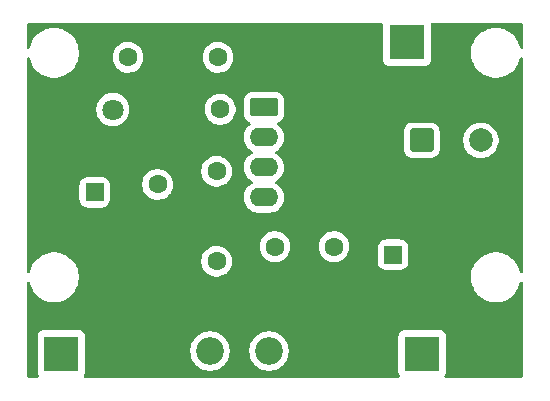
<source format=gbr>
%TF.GenerationSoftware,KiCad,Pcbnew,9.0.4*%
%TF.CreationDate,2025-09-13T17:50:02+02:00*%
%TF.ProjectId,TDA7267,54444137-3236-4372-9e6b-696361645f70,rev?*%
%TF.SameCoordinates,Original*%
%TF.FileFunction,Copper,L1,Top*%
%TF.FilePolarity,Positive*%
%FSLAX46Y46*%
G04 Gerber Fmt 4.6, Leading zero omitted, Abs format (unit mm)*
G04 Created by KiCad (PCBNEW 9.0.4) date 2025-09-13 17:50:02*
%MOMM*%
%LPD*%
G01*
G04 APERTURE LIST*
G04 Aperture macros list*
%AMRoundRect*
0 Rectangle with rounded corners*
0 $1 Rounding radius*
0 $2 $3 $4 $5 $6 $7 $8 $9 X,Y pos of 4 corners*
0 Add a 4 corners polygon primitive as box body*
4,1,4,$2,$3,$4,$5,$6,$7,$8,$9,$2,$3,0*
0 Add four circle primitives for the rounded corners*
1,1,$1+$1,$2,$3*
1,1,$1+$1,$4,$5*
1,1,$1+$1,$6,$7*
1,1,$1+$1,$8,$9*
0 Add four rect primitives between the rounded corners*
20,1,$1+$1,$2,$3,$4,$5,0*
20,1,$1+$1,$4,$5,$6,$7,0*
20,1,$1+$1,$6,$7,$8,$9,0*
20,1,$1+$1,$8,$9,$2,$3,0*%
G04 Aperture macros list end*
%TA.AperFunction,ComponentPad*%
%ADD10C,1.600000*%
%TD*%
%TA.AperFunction,ComponentPad*%
%ADD11R,3.000000X3.000000*%
%TD*%
%TA.AperFunction,ComponentPad*%
%ADD12C,3.000000*%
%TD*%
%TA.AperFunction,ComponentPad*%
%ADD13R,1.800000X1.800000*%
%TD*%
%TA.AperFunction,ComponentPad*%
%ADD14C,1.800000*%
%TD*%
%TA.AperFunction,ComponentPad*%
%ADD15RoundRect,0.250000X-0.950000X-0.550000X0.950000X-0.550000X0.950000X0.550000X-0.950000X0.550000X0*%
%TD*%
%TA.AperFunction,ComponentPad*%
%ADD16O,2.400000X1.600000*%
%TD*%
%TA.AperFunction,ComponentPad*%
%ADD17RoundRect,0.250000X-0.550000X-0.550000X0.550000X-0.550000X0.550000X0.550000X-0.550000X0.550000X0*%
%TD*%
%TA.AperFunction,ComponentPad*%
%ADD18RoundRect,0.250000X-0.750000X-0.750000X0.750000X-0.750000X0.750000X0.750000X-0.750000X0.750000X0*%
%TD*%
%TA.AperFunction,ComponentPad*%
%ADD19C,2.000000*%
%TD*%
%TA.AperFunction,ComponentPad*%
%ADD20RoundRect,0.250000X0.550000X0.550000X-0.550000X0.550000X-0.550000X-0.550000X0.550000X-0.550000X0*%
%TD*%
%TA.AperFunction,ComponentPad*%
%ADD21C,2.340000*%
%TD*%
G04 APERTURE END LIST*
D10*
%TO.P,C3,1*%
%TO.N,GND*%
X140560000Y-105647500D03*
%TO.P,C3,2*%
%TO.N,Net-(U1-In)*%
X140560000Y-100647500D03*
%TD*%
D11*
%TO.P,IN1,1,Pin_1*%
%TO.N,Net-(IN1-Pin_1)*%
X162960000Y-115000000D03*
D12*
%TO.P,IN1,2,Pin_2*%
%TO.N,GND*%
X168040000Y-115000000D03*
%TD*%
D10*
%TO.P,R1,1*%
%TO.N,Net-(C1-Pad2)*%
X145560000Y-107147500D03*
%TO.P,R1,2*%
%TO.N,Net-(U1-In)*%
X145560000Y-99527500D03*
%TD*%
D13*
%TO.P,D1,1,K*%
%TO.N,GND*%
X134230000Y-94300000D03*
D14*
%TO.P,D1,2,A*%
%TO.N,Net-(D1-A)*%
X136770000Y-94300000D03*
%TD*%
D11*
%TO.P,OUT1,1,Pin_1*%
%TO.N,Net-(OUT1-Pin_1)*%
X161680000Y-88587500D03*
D12*
%TO.P,OUT1,2,Pin_2*%
%TO.N,GND*%
X156600000Y-88587500D03*
%TD*%
D10*
%TO.P,C5,1*%
%TO.N,GND*%
X140860000Y-94287500D03*
%TO.P,C5,2*%
%TO.N,/VCC*%
X145860000Y-94287500D03*
%TD*%
%TO.P,C1,1*%
%TO.N,Net-(C1-Pad1)*%
X155500000Y-105900000D03*
%TO.P,C1,2*%
%TO.N,Net-(C1-Pad2)*%
X150500000Y-105900000D03*
%TD*%
D15*
%TO.P,U1,1,V+*%
%TO.N,/VCC*%
X149560000Y-94120000D03*
D16*
%TO.P,U1,2,Out*%
%TO.N,Net-(U1-Out)*%
X149560000Y-96660000D03*
%TO.P,U1,3,SRV*%
%TO.N,Net-(U1-SRV)*%
X149560000Y-99200000D03*
%TO.P,U1,4,In*%
%TO.N,Net-(U1-In)*%
X149560000Y-101740000D03*
%TO.P,U1,5,GND*%
%TO.N,GND*%
X157180000Y-101740000D03*
%TO.P,U1,6,GND*%
X157180000Y-99200000D03*
%TO.P,U1,7,GND*%
X157180000Y-96660000D03*
%TO.P,U1,8,GND*%
X157180000Y-94120000D03*
%TD*%
D10*
%TO.P,R2,1*%
%TO.N,Net-(D1-A)*%
X138050000Y-89887500D03*
%TO.P,R2,2*%
%TO.N,/VCC*%
X145670000Y-89887500D03*
%TD*%
D11*
%TO.P,VCC1,1,Pin_1*%
%TO.N,/VCC*%
X132420000Y-115000000D03*
D12*
%TO.P,VCC1,2,Pin_2*%
%TO.N,GND*%
X137500000Y-115000000D03*
%TD*%
D17*
%TO.P,C2,1*%
%TO.N,Net-(U1-SRV)*%
X160497349Y-106600000D03*
D10*
%TO.P,C2,2*%
%TO.N,GND*%
X164297349Y-106600000D03*
%TD*%
D18*
%TO.P,C6,1*%
%TO.N,Net-(U1-Out)*%
X162932323Y-96900000D03*
D19*
%TO.P,C6,2*%
%TO.N,Net-(OUT1-Pin_1)*%
X167932323Y-96900000D03*
%TD*%
D20*
%TO.P,C4,1*%
%TO.N,/VCC*%
X135250000Y-101300000D03*
D10*
%TO.P,C4,2*%
%TO.N,GND*%
X131450000Y-101300000D03*
%TD*%
D21*
%TO.P,RV1,1,1*%
%TO.N,Net-(IN1-Pin_1)*%
X145000000Y-114750000D03*
%TO.P,RV1,2,2*%
%TO.N,Net-(C1-Pad1)*%
X150000000Y-114750000D03*
%TO.P,RV1,3,3*%
%TO.N,GND*%
X155000000Y-114750000D03*
%TD*%
%TA.AperFunction,Conductor*%
%TO.N,GND*%
G36*
X159622539Y-87020185D02*
G01*
X159668294Y-87072989D01*
X159679500Y-87124500D01*
X159679500Y-90135370D01*
X159679501Y-90135376D01*
X159685908Y-90194983D01*
X159736202Y-90329828D01*
X159736206Y-90329835D01*
X159822452Y-90445044D01*
X159822455Y-90445047D01*
X159937664Y-90531293D01*
X159937671Y-90531297D01*
X160072517Y-90581591D01*
X160072516Y-90581591D01*
X160079444Y-90582335D01*
X160132127Y-90588000D01*
X163227872Y-90587999D01*
X163287483Y-90581591D01*
X163422331Y-90531296D01*
X163537546Y-90445046D01*
X163623796Y-90329831D01*
X163674091Y-90194983D01*
X163680500Y-90135373D01*
X163680499Y-87124499D01*
X163700184Y-87057461D01*
X163752988Y-87011706D01*
X163804499Y-87000500D01*
X171375500Y-87000500D01*
X171442539Y-87020185D01*
X171488294Y-87072989D01*
X171499500Y-87124500D01*
X171499500Y-89024270D01*
X171479815Y-89091309D01*
X171427011Y-89137064D01*
X171357853Y-89147008D01*
X171294297Y-89117983D01*
X171256523Y-89059205D01*
X171255725Y-89056363D01*
X171251417Y-89040286D01*
X171193295Y-88823368D01*
X171087923Y-88568979D01*
X171087921Y-88568976D01*
X171087919Y-88568971D01*
X171038732Y-88483778D01*
X170950249Y-88330521D01*
X170782628Y-88112072D01*
X170782623Y-88112066D01*
X170587933Y-87917376D01*
X170587926Y-87917370D01*
X170369483Y-87749754D01*
X170369482Y-87749753D01*
X170369479Y-87749751D01*
X170274407Y-87694861D01*
X170131028Y-87612080D01*
X170131017Y-87612075D01*
X169876630Y-87506704D01*
X169743649Y-87471072D01*
X169610666Y-87435440D01*
X169610660Y-87435439D01*
X169610655Y-87435438D01*
X169337684Y-87399501D01*
X169337679Y-87399500D01*
X169337674Y-87399500D01*
X169062326Y-87399500D01*
X169062320Y-87399500D01*
X169062315Y-87399501D01*
X168789344Y-87435438D01*
X168789337Y-87435439D01*
X168789334Y-87435440D01*
X168733125Y-87450500D01*
X168523369Y-87506704D01*
X168268982Y-87612075D01*
X168268971Y-87612080D01*
X168030516Y-87749754D01*
X167812073Y-87917370D01*
X167812066Y-87917376D01*
X167617376Y-88112066D01*
X167617370Y-88112073D01*
X167449754Y-88330516D01*
X167312080Y-88568971D01*
X167312075Y-88568982D01*
X167206704Y-88823369D01*
X167135441Y-89089331D01*
X167135438Y-89089344D01*
X167099501Y-89362315D01*
X167099500Y-89362332D01*
X167099500Y-89637667D01*
X167099501Y-89637684D01*
X167135438Y-89910655D01*
X167135439Y-89910660D01*
X167135440Y-89910666D01*
X167156658Y-89989852D01*
X167206704Y-90176630D01*
X167312075Y-90431017D01*
X167312080Y-90431028D01*
X167369969Y-90531293D01*
X167449751Y-90669479D01*
X167449753Y-90669482D01*
X167449754Y-90669483D01*
X167617370Y-90887926D01*
X167617376Y-90887933D01*
X167812066Y-91082623D01*
X167812073Y-91082629D01*
X167825224Y-91092720D01*
X168030521Y-91250249D01*
X168183778Y-91338732D01*
X168268971Y-91387919D01*
X168268976Y-91387921D01*
X168268979Y-91387923D01*
X168523368Y-91493295D01*
X168789334Y-91564560D01*
X169062326Y-91600500D01*
X169062333Y-91600500D01*
X169337667Y-91600500D01*
X169337674Y-91600500D01*
X169610666Y-91564560D01*
X169876632Y-91493295D01*
X170131021Y-91387923D01*
X170369479Y-91250249D01*
X170587928Y-91082628D01*
X170782628Y-90887928D01*
X170950249Y-90669479D01*
X171087923Y-90431021D01*
X171193295Y-90176632D01*
X171255726Y-89943633D01*
X171292090Y-89883975D01*
X171354937Y-89853446D01*
X171424312Y-89861741D01*
X171478190Y-89906226D01*
X171499465Y-89972778D01*
X171499500Y-89975729D01*
X171499500Y-108024270D01*
X171479815Y-108091309D01*
X171427011Y-108137064D01*
X171357853Y-108147008D01*
X171294297Y-108117983D01*
X171256523Y-108059205D01*
X171255725Y-108056363D01*
X171247916Y-108027221D01*
X171193295Y-107823368D01*
X171087923Y-107568979D01*
X171087921Y-107568976D01*
X171087919Y-107568971D01*
X171030391Y-107469331D01*
X170950249Y-107330521D01*
X170850111Y-107200018D01*
X170782629Y-107112073D01*
X170782623Y-107112066D01*
X170587933Y-106917376D01*
X170587926Y-106917370D01*
X170369483Y-106749754D01*
X170369482Y-106749753D01*
X170369479Y-106749751D01*
X170274407Y-106694861D01*
X170131028Y-106612080D01*
X170131017Y-106612075D01*
X169876630Y-106506704D01*
X169743649Y-106471072D01*
X169610666Y-106435440D01*
X169610660Y-106435439D01*
X169610655Y-106435438D01*
X169337684Y-106399501D01*
X169337679Y-106399500D01*
X169337674Y-106399500D01*
X169062326Y-106399500D01*
X169062320Y-106399500D01*
X169062315Y-106399501D01*
X168789344Y-106435438D01*
X168789337Y-106435439D01*
X168789334Y-106435440D01*
X168733125Y-106450500D01*
X168523369Y-106506704D01*
X168268982Y-106612075D01*
X168268971Y-106612080D01*
X168030516Y-106749754D01*
X167812073Y-106917370D01*
X167812066Y-106917376D01*
X167617376Y-107112066D01*
X167617370Y-107112073D01*
X167449754Y-107330516D01*
X167312080Y-107568971D01*
X167312075Y-107568982D01*
X167206704Y-107823369D01*
X167135441Y-108089331D01*
X167135438Y-108089344D01*
X167099501Y-108362315D01*
X167099500Y-108362332D01*
X167099500Y-108637667D01*
X167099501Y-108637684D01*
X167135438Y-108910655D01*
X167135439Y-108910660D01*
X167135440Y-108910666D01*
X167171072Y-109043649D01*
X167206704Y-109176630D01*
X167312075Y-109431017D01*
X167312080Y-109431028D01*
X167394861Y-109574407D01*
X167449751Y-109669479D01*
X167449753Y-109669482D01*
X167449754Y-109669483D01*
X167617370Y-109887926D01*
X167617376Y-109887933D01*
X167812066Y-110082623D01*
X167812072Y-110082628D01*
X168030521Y-110250249D01*
X168183778Y-110338732D01*
X168268971Y-110387919D01*
X168268976Y-110387921D01*
X168268979Y-110387923D01*
X168523368Y-110493295D01*
X168789334Y-110564560D01*
X169062326Y-110600500D01*
X169062333Y-110600500D01*
X169337667Y-110600500D01*
X169337674Y-110600500D01*
X169610666Y-110564560D01*
X169876632Y-110493295D01*
X170131021Y-110387923D01*
X170369479Y-110250249D01*
X170587928Y-110082628D01*
X170782628Y-109887928D01*
X170950249Y-109669479D01*
X171087923Y-109431021D01*
X171193295Y-109176632D01*
X171255726Y-108943633D01*
X171292090Y-108883975D01*
X171354937Y-108853446D01*
X171424312Y-108861741D01*
X171478190Y-108906226D01*
X171499465Y-108972778D01*
X171499500Y-108975729D01*
X171499500Y-116875500D01*
X171479815Y-116942539D01*
X171427011Y-116988294D01*
X171375500Y-116999500D01*
X164959001Y-116999500D01*
X164891962Y-116979815D01*
X164846207Y-116927011D01*
X164836263Y-116857853D01*
X164859734Y-116801189D01*
X164903796Y-116742331D01*
X164954091Y-116607483D01*
X164960500Y-116547873D01*
X164960499Y-113452128D01*
X164954091Y-113392517D01*
X164941235Y-113358049D01*
X164903797Y-113257671D01*
X164903793Y-113257664D01*
X164817547Y-113142455D01*
X164817544Y-113142452D01*
X164702335Y-113056206D01*
X164702328Y-113056202D01*
X164567482Y-113005908D01*
X164567483Y-113005908D01*
X164507883Y-112999501D01*
X164507881Y-112999500D01*
X164507873Y-112999500D01*
X164507864Y-112999500D01*
X161412129Y-112999500D01*
X161412123Y-112999501D01*
X161352516Y-113005908D01*
X161217671Y-113056202D01*
X161217664Y-113056206D01*
X161102455Y-113142452D01*
X161102452Y-113142455D01*
X161016206Y-113257664D01*
X161016202Y-113257671D01*
X160965908Y-113392517D01*
X160959501Y-113452116D01*
X160959501Y-113452123D01*
X160959500Y-113452135D01*
X160959500Y-116547870D01*
X160959501Y-116547876D01*
X160965908Y-116607483D01*
X161016202Y-116742328D01*
X161016204Y-116742331D01*
X161060265Y-116801189D01*
X161084683Y-116866652D01*
X161069832Y-116934925D01*
X161020427Y-116984331D01*
X160960999Y-116999500D01*
X134419001Y-116999500D01*
X134351962Y-116979815D01*
X134306207Y-116927011D01*
X134296263Y-116857853D01*
X134319734Y-116801189D01*
X134363796Y-116742331D01*
X134414091Y-116607483D01*
X134420500Y-116547873D01*
X134420499Y-114640502D01*
X143329500Y-114640502D01*
X143329500Y-114859497D01*
X143353306Y-115040314D01*
X143358083Y-115076598D01*
X143414759Y-115288117D01*
X143498560Y-115490428D01*
X143498562Y-115490433D01*
X143498565Y-115490438D01*
X143608049Y-115680070D01*
X143741355Y-115853798D01*
X143741361Y-115853805D01*
X143896194Y-116008638D01*
X143896201Y-116008644D01*
X144069929Y-116141950D01*
X144259561Y-116251434D01*
X144259563Y-116251434D01*
X144259572Y-116251440D01*
X144461883Y-116335241D01*
X144673402Y-116391917D01*
X144890510Y-116420500D01*
X144890517Y-116420500D01*
X145109483Y-116420500D01*
X145109490Y-116420500D01*
X145326598Y-116391917D01*
X145538117Y-116335241D01*
X145740428Y-116251440D01*
X145930071Y-116141950D01*
X146103800Y-116008643D01*
X146258643Y-115853800D01*
X146391950Y-115680071D01*
X146501440Y-115490428D01*
X146585241Y-115288117D01*
X146641917Y-115076598D01*
X146670500Y-114859490D01*
X146670500Y-114640510D01*
X146670499Y-114640502D01*
X148329500Y-114640502D01*
X148329500Y-114859497D01*
X148353306Y-115040314D01*
X148358083Y-115076598D01*
X148414759Y-115288117D01*
X148498560Y-115490428D01*
X148498562Y-115490433D01*
X148498565Y-115490438D01*
X148608049Y-115680070D01*
X148741355Y-115853798D01*
X148741361Y-115853805D01*
X148896194Y-116008638D01*
X148896201Y-116008644D01*
X149069929Y-116141950D01*
X149259561Y-116251434D01*
X149259563Y-116251434D01*
X149259572Y-116251440D01*
X149461883Y-116335241D01*
X149673402Y-116391917D01*
X149890510Y-116420500D01*
X149890517Y-116420500D01*
X150109483Y-116420500D01*
X150109490Y-116420500D01*
X150326598Y-116391917D01*
X150538117Y-116335241D01*
X150740428Y-116251440D01*
X150930071Y-116141950D01*
X151103800Y-116008643D01*
X151258643Y-115853800D01*
X151391950Y-115680071D01*
X151501440Y-115490428D01*
X151585241Y-115288117D01*
X151641917Y-115076598D01*
X151670500Y-114859490D01*
X151670500Y-114640510D01*
X151641917Y-114423402D01*
X151585241Y-114211883D01*
X151501440Y-114009572D01*
X151391950Y-113819929D01*
X151258643Y-113646200D01*
X151258638Y-113646194D01*
X151103805Y-113491361D01*
X151103798Y-113491355D01*
X150930070Y-113358049D01*
X150740438Y-113248565D01*
X150740433Y-113248562D01*
X150740428Y-113248560D01*
X150538117Y-113164759D01*
X150538118Y-113164759D01*
X150538115Y-113164758D01*
X150432357Y-113136421D01*
X150326598Y-113108083D01*
X150290314Y-113103306D01*
X150109497Y-113079500D01*
X150109490Y-113079500D01*
X149890510Y-113079500D01*
X149890502Y-113079500D01*
X149683853Y-113106707D01*
X149673402Y-113108083D01*
X149628699Y-113120060D01*
X149461884Y-113164758D01*
X149343374Y-113213847D01*
X149259572Y-113248560D01*
X149259569Y-113248561D01*
X149259561Y-113248565D01*
X149069929Y-113358049D01*
X148896201Y-113491355D01*
X148896194Y-113491361D01*
X148741361Y-113646194D01*
X148741355Y-113646201D01*
X148608049Y-113819929D01*
X148498565Y-114009561D01*
X148498560Y-114009573D01*
X148414758Y-114211884D01*
X148358084Y-114423399D01*
X148358082Y-114423410D01*
X148329500Y-114640502D01*
X146670499Y-114640502D01*
X146641917Y-114423402D01*
X146585241Y-114211883D01*
X146501440Y-114009572D01*
X146391950Y-113819929D01*
X146258643Y-113646200D01*
X146258638Y-113646194D01*
X146103805Y-113491361D01*
X146103798Y-113491355D01*
X145930070Y-113358049D01*
X145740438Y-113248565D01*
X145740433Y-113248562D01*
X145740428Y-113248560D01*
X145538117Y-113164759D01*
X145538118Y-113164759D01*
X145538115Y-113164758D01*
X145432357Y-113136421D01*
X145326598Y-113108083D01*
X145290314Y-113103306D01*
X145109497Y-113079500D01*
X145109490Y-113079500D01*
X144890510Y-113079500D01*
X144890502Y-113079500D01*
X144683853Y-113106707D01*
X144673402Y-113108083D01*
X144628699Y-113120060D01*
X144461884Y-113164758D01*
X144343374Y-113213847D01*
X144259572Y-113248560D01*
X144259569Y-113248561D01*
X144259561Y-113248565D01*
X144069929Y-113358049D01*
X143896201Y-113491355D01*
X143896194Y-113491361D01*
X143741361Y-113646194D01*
X143741355Y-113646201D01*
X143608049Y-113819929D01*
X143498565Y-114009561D01*
X143498560Y-114009573D01*
X143414758Y-114211884D01*
X143358084Y-114423399D01*
X143358082Y-114423410D01*
X143329500Y-114640502D01*
X134420499Y-114640502D01*
X134420499Y-113452128D01*
X134414091Y-113392517D01*
X134401235Y-113358049D01*
X134363797Y-113257671D01*
X134363793Y-113257664D01*
X134277547Y-113142455D01*
X134277544Y-113142452D01*
X134162335Y-113056206D01*
X134162328Y-113056202D01*
X134027482Y-113005908D01*
X134027483Y-113005908D01*
X133967883Y-112999501D01*
X133967881Y-112999500D01*
X133967873Y-112999500D01*
X133967864Y-112999500D01*
X130872129Y-112999500D01*
X130872123Y-112999501D01*
X130812516Y-113005908D01*
X130677671Y-113056202D01*
X130677664Y-113056206D01*
X130562455Y-113142452D01*
X130562452Y-113142455D01*
X130476206Y-113257664D01*
X130476202Y-113257671D01*
X130425908Y-113392517D01*
X130419501Y-113452116D01*
X130419501Y-113452123D01*
X130419500Y-113452135D01*
X130419500Y-116547870D01*
X130419501Y-116547876D01*
X130425908Y-116607483D01*
X130476202Y-116742328D01*
X130476204Y-116742331D01*
X130520265Y-116801189D01*
X130544683Y-116866652D01*
X130529832Y-116934925D01*
X130480427Y-116984331D01*
X130420999Y-116999500D01*
X129624500Y-116999500D01*
X129557461Y-116979815D01*
X129511706Y-116927011D01*
X129500500Y-116875500D01*
X129500500Y-108975729D01*
X129520185Y-108908690D01*
X129572989Y-108862935D01*
X129642147Y-108852991D01*
X129705703Y-108882016D01*
X129743477Y-108940794D01*
X129744258Y-108943576D01*
X129783065Y-109088408D01*
X129806704Y-109176630D01*
X129912075Y-109431017D01*
X129912080Y-109431028D01*
X129994861Y-109574407D01*
X130049751Y-109669479D01*
X130049753Y-109669482D01*
X130049754Y-109669483D01*
X130217370Y-109887926D01*
X130217376Y-109887933D01*
X130412066Y-110082623D01*
X130412072Y-110082628D01*
X130630521Y-110250249D01*
X130783778Y-110338732D01*
X130868971Y-110387919D01*
X130868976Y-110387921D01*
X130868979Y-110387923D01*
X131123368Y-110493295D01*
X131389334Y-110564560D01*
X131662326Y-110600500D01*
X131662333Y-110600500D01*
X131937667Y-110600500D01*
X131937674Y-110600500D01*
X132210666Y-110564560D01*
X132476632Y-110493295D01*
X132731021Y-110387923D01*
X132969479Y-110250249D01*
X133187928Y-110082628D01*
X133382628Y-109887928D01*
X133550249Y-109669479D01*
X133687923Y-109431021D01*
X133793295Y-109176632D01*
X133864560Y-108910666D01*
X133900500Y-108637674D01*
X133900500Y-108362326D01*
X133864560Y-108089334D01*
X133793295Y-107823368D01*
X133687923Y-107568979D01*
X133687921Y-107568976D01*
X133687919Y-107568971D01*
X133630391Y-107469331D01*
X133550249Y-107330521D01*
X133450111Y-107200018D01*
X133385460Y-107115762D01*
X133382629Y-107112073D01*
X133382623Y-107112066D01*
X133315705Y-107045148D01*
X144259500Y-107045148D01*
X144259500Y-107249851D01*
X144291522Y-107452034D01*
X144354781Y-107646723D01*
X144403690Y-107742710D01*
X144444787Y-107823368D01*
X144447715Y-107829113D01*
X144568028Y-107994713D01*
X144712786Y-108139471D01*
X144867749Y-108252056D01*
X144878390Y-108259787D01*
X144994607Y-108319003D01*
X145060776Y-108352718D01*
X145060778Y-108352718D01*
X145060781Y-108352720D01*
X145165137Y-108386627D01*
X145255465Y-108415977D01*
X145356557Y-108431988D01*
X145457648Y-108448000D01*
X145457649Y-108448000D01*
X145662351Y-108448000D01*
X145662352Y-108448000D01*
X145864534Y-108415977D01*
X146059219Y-108352720D01*
X146241610Y-108259787D01*
X146334590Y-108192232D01*
X146407213Y-108139471D01*
X146407215Y-108139468D01*
X146407219Y-108139466D01*
X146551966Y-107994719D01*
X146551968Y-107994715D01*
X146551971Y-107994713D01*
X146604732Y-107922090D01*
X146672287Y-107829110D01*
X146765220Y-107646719D01*
X146828477Y-107452034D01*
X146860500Y-107249852D01*
X146860500Y-107045148D01*
X146828477Y-106842966D01*
X146765220Y-106648281D01*
X146765218Y-106648278D01*
X146765218Y-106648276D01*
X146693083Y-106506705D01*
X146672287Y-106465890D01*
X146624053Y-106399501D01*
X146551971Y-106300286D01*
X146407213Y-106155528D01*
X146241613Y-106035215D01*
X146241612Y-106035214D01*
X146241610Y-106035213D01*
X146172483Y-105999991D01*
X146059223Y-105942281D01*
X145962047Y-105910707D01*
X145864534Y-105879022D01*
X145689995Y-105851378D01*
X145662352Y-105847000D01*
X145457648Y-105847000D01*
X145433329Y-105850851D01*
X145255465Y-105879022D01*
X145060776Y-105942281D01*
X144878386Y-106035215D01*
X144712786Y-106155528D01*
X144568028Y-106300286D01*
X144447715Y-106465886D01*
X144354781Y-106648276D01*
X144291522Y-106842965D01*
X144259500Y-107045148D01*
X133315705Y-107045148D01*
X133187933Y-106917376D01*
X133187926Y-106917370D01*
X132969483Y-106749754D01*
X132969482Y-106749753D01*
X132969479Y-106749751D01*
X132874407Y-106694861D01*
X132731028Y-106612080D01*
X132731017Y-106612075D01*
X132476630Y-106506704D01*
X132343649Y-106471072D01*
X132210666Y-106435440D01*
X132210660Y-106435439D01*
X132210655Y-106435438D01*
X131937684Y-106399501D01*
X131937679Y-106399500D01*
X131937674Y-106399500D01*
X131662326Y-106399500D01*
X131662320Y-106399500D01*
X131662315Y-106399501D01*
X131389344Y-106435438D01*
X131389337Y-106435439D01*
X131389334Y-106435440D01*
X131333125Y-106450500D01*
X131123369Y-106506704D01*
X130868982Y-106612075D01*
X130868971Y-106612080D01*
X130630516Y-106749754D01*
X130412073Y-106917370D01*
X130412066Y-106917376D01*
X130217376Y-107112066D01*
X130217370Y-107112073D01*
X130049754Y-107330516D01*
X129912080Y-107568971D01*
X129912075Y-107568982D01*
X129806704Y-107823369D01*
X129769418Y-107962524D01*
X129760794Y-107994713D01*
X129744275Y-108056363D01*
X129707910Y-108116024D01*
X129645063Y-108146553D01*
X129575688Y-108138258D01*
X129521810Y-108093773D01*
X129500535Y-108027221D01*
X129500500Y-108024270D01*
X129500500Y-105797648D01*
X149199500Y-105797648D01*
X149199500Y-106002351D01*
X149231522Y-106204534D01*
X149294781Y-106399223D01*
X149387715Y-106581613D01*
X149508028Y-106747213D01*
X149652786Y-106891971D01*
X149807749Y-107004556D01*
X149818390Y-107012287D01*
X149934607Y-107071503D01*
X150000776Y-107105218D01*
X150000778Y-107105218D01*
X150000781Y-107105220D01*
X150105137Y-107139127D01*
X150195465Y-107168477D01*
X150296557Y-107184488D01*
X150397648Y-107200500D01*
X150397649Y-107200500D01*
X150602351Y-107200500D01*
X150602352Y-107200500D01*
X150804534Y-107168477D01*
X150999219Y-107105220D01*
X151181610Y-107012287D01*
X151312245Y-106917376D01*
X151347213Y-106891971D01*
X151347215Y-106891968D01*
X151347219Y-106891966D01*
X151491966Y-106747219D01*
X151491968Y-106747215D01*
X151491971Y-106747213D01*
X151563848Y-106648281D01*
X151612287Y-106581610D01*
X151705220Y-106399219D01*
X151768477Y-106204534D01*
X151800500Y-106002352D01*
X151800500Y-105797648D01*
X154199500Y-105797648D01*
X154199500Y-106002351D01*
X154231522Y-106204534D01*
X154294781Y-106399223D01*
X154387715Y-106581613D01*
X154508028Y-106747213D01*
X154652786Y-106891971D01*
X154807749Y-107004556D01*
X154818390Y-107012287D01*
X154934607Y-107071503D01*
X155000776Y-107105218D01*
X155000778Y-107105218D01*
X155000781Y-107105220D01*
X155105137Y-107139127D01*
X155195465Y-107168477D01*
X155296557Y-107184488D01*
X155397648Y-107200500D01*
X155397649Y-107200500D01*
X155602351Y-107200500D01*
X155602352Y-107200500D01*
X155804534Y-107168477D01*
X155999219Y-107105220D01*
X156181610Y-107012287D01*
X156312245Y-106917376D01*
X156347213Y-106891971D01*
X156347215Y-106891968D01*
X156347219Y-106891966D01*
X156491966Y-106747219D01*
X156491968Y-106747215D01*
X156491971Y-106747213D01*
X156563848Y-106648281D01*
X156612287Y-106581610D01*
X156705220Y-106399219D01*
X156768477Y-106204534D01*
X156800500Y-106002352D01*
X156800500Y-105999983D01*
X159196849Y-105999983D01*
X159196849Y-107200001D01*
X159196850Y-107200018D01*
X159207349Y-107302796D01*
X159207350Y-107302799D01*
X159256802Y-107452034D01*
X159262535Y-107469334D01*
X159354637Y-107618656D01*
X159478693Y-107742712D01*
X159628015Y-107834814D01*
X159794552Y-107889999D01*
X159897340Y-107900500D01*
X161097357Y-107900499D01*
X161200146Y-107889999D01*
X161366683Y-107834814D01*
X161516005Y-107742712D01*
X161640061Y-107618656D01*
X161732163Y-107469334D01*
X161787348Y-107302797D01*
X161797849Y-107200009D01*
X161797848Y-105999992D01*
X161787348Y-105897203D01*
X161732163Y-105730666D01*
X161640061Y-105581344D01*
X161516005Y-105457288D01*
X161366683Y-105365186D01*
X161200146Y-105310001D01*
X161200144Y-105310000D01*
X161097359Y-105299500D01*
X159897347Y-105299500D01*
X159897330Y-105299501D01*
X159794552Y-105310000D01*
X159794549Y-105310001D01*
X159628017Y-105365185D01*
X159628012Y-105365187D01*
X159478691Y-105457289D01*
X159354638Y-105581342D01*
X159262536Y-105730663D01*
X159262535Y-105730666D01*
X159207350Y-105897203D01*
X159207350Y-105897204D01*
X159207349Y-105897204D01*
X159196849Y-105999983D01*
X156800500Y-105999983D01*
X156800500Y-105797648D01*
X156768477Y-105595466D01*
X156763888Y-105581344D01*
X156739127Y-105505137D01*
X156705220Y-105400781D01*
X156705218Y-105400778D01*
X156705218Y-105400776D01*
X156658965Y-105310001D01*
X156612287Y-105218390D01*
X156604556Y-105207749D01*
X156491971Y-105052786D01*
X156347213Y-104908028D01*
X156181613Y-104787715D01*
X156181612Y-104787714D01*
X156181610Y-104787713D01*
X156124653Y-104758691D01*
X155999223Y-104694781D01*
X155804534Y-104631522D01*
X155629995Y-104603878D01*
X155602352Y-104599500D01*
X155397648Y-104599500D01*
X155373329Y-104603351D01*
X155195465Y-104631522D01*
X155000776Y-104694781D01*
X154818386Y-104787715D01*
X154652786Y-104908028D01*
X154508028Y-105052786D01*
X154387715Y-105218386D01*
X154294781Y-105400776D01*
X154231522Y-105595465D01*
X154199500Y-105797648D01*
X151800500Y-105797648D01*
X151768477Y-105595466D01*
X151763888Y-105581344D01*
X151739127Y-105505137D01*
X151705220Y-105400781D01*
X151705218Y-105400778D01*
X151705218Y-105400776D01*
X151658965Y-105310001D01*
X151612287Y-105218390D01*
X151604556Y-105207749D01*
X151491971Y-105052786D01*
X151347213Y-104908028D01*
X151181613Y-104787715D01*
X151181612Y-104787714D01*
X151181610Y-104787713D01*
X151124653Y-104758691D01*
X150999223Y-104694781D01*
X150804534Y-104631522D01*
X150629995Y-104603878D01*
X150602352Y-104599500D01*
X150397648Y-104599500D01*
X150373329Y-104603351D01*
X150195465Y-104631522D01*
X150000776Y-104694781D01*
X149818386Y-104787715D01*
X149652786Y-104908028D01*
X149508028Y-105052786D01*
X149387715Y-105218386D01*
X149294781Y-105400776D01*
X149231522Y-105595465D01*
X149199500Y-105797648D01*
X129500500Y-105797648D01*
X129500500Y-100699983D01*
X133949500Y-100699983D01*
X133949500Y-101900001D01*
X133949501Y-101900018D01*
X133960000Y-102002796D01*
X133960001Y-102002799D01*
X133973831Y-102044534D01*
X134015186Y-102169334D01*
X134107288Y-102318656D01*
X134231344Y-102442712D01*
X134380666Y-102534814D01*
X134547203Y-102589999D01*
X134649991Y-102600500D01*
X135850008Y-102600499D01*
X135952797Y-102589999D01*
X136119334Y-102534814D01*
X136268656Y-102442712D01*
X136392712Y-102318656D01*
X136484814Y-102169334D01*
X136539999Y-102002797D01*
X136550500Y-101900009D01*
X136550499Y-100699992D01*
X136539999Y-100597203D01*
X136522750Y-100545148D01*
X139259500Y-100545148D01*
X139259500Y-100749851D01*
X139291522Y-100952034D01*
X139354781Y-101146723D01*
X139447715Y-101329113D01*
X139568028Y-101494713D01*
X139712786Y-101639471D01*
X139867749Y-101752056D01*
X139878390Y-101759787D01*
X139994607Y-101819003D01*
X140060776Y-101852718D01*
X140060778Y-101852718D01*
X140060781Y-101852720D01*
X140165137Y-101886627D01*
X140255465Y-101915977D01*
X140356557Y-101931988D01*
X140457648Y-101948000D01*
X140457649Y-101948000D01*
X140662351Y-101948000D01*
X140662352Y-101948000D01*
X140864534Y-101915977D01*
X141059219Y-101852720D01*
X141241610Y-101759787D01*
X141334590Y-101692232D01*
X141407213Y-101639471D01*
X141407215Y-101639468D01*
X141407219Y-101639466D01*
X141551966Y-101494719D01*
X141551968Y-101494715D01*
X141551971Y-101494713D01*
X141604732Y-101422090D01*
X141672287Y-101329110D01*
X141765220Y-101146719D01*
X141828477Y-100952034D01*
X141860500Y-100749852D01*
X141860500Y-100545148D01*
X141848356Y-100468477D01*
X141828477Y-100342965D01*
X141799127Y-100252637D01*
X141765220Y-100148281D01*
X141765218Y-100148278D01*
X141765218Y-100148276D01*
X141703281Y-100026719D01*
X141672287Y-99965890D01*
X141611057Y-99881613D01*
X141551971Y-99800286D01*
X141407213Y-99655528D01*
X141241611Y-99535213D01*
X141232873Y-99530761D01*
X141232872Y-99530761D01*
X141059223Y-99442281D01*
X141006494Y-99425148D01*
X144259500Y-99425148D01*
X144259500Y-99629851D01*
X144291522Y-99832034D01*
X144354781Y-100026723D01*
X144374380Y-100065187D01*
X144438980Y-100191971D01*
X144447715Y-100209113D01*
X144568028Y-100374713D01*
X144712786Y-100519471D01*
X144861771Y-100627713D01*
X144878390Y-100639787D01*
X144994607Y-100699003D01*
X145060776Y-100732718D01*
X145060778Y-100732718D01*
X145060781Y-100732720D01*
X145107913Y-100748034D01*
X145255465Y-100795977D01*
X145356557Y-100811988D01*
X145457648Y-100828000D01*
X145457649Y-100828000D01*
X145662351Y-100828000D01*
X145662352Y-100828000D01*
X145864534Y-100795977D01*
X146059219Y-100732720D01*
X146241610Y-100639787D01*
X146334590Y-100572232D01*
X146407213Y-100519471D01*
X146407215Y-100519468D01*
X146407219Y-100519466D01*
X146551966Y-100374719D01*
X146551968Y-100374715D01*
X146551971Y-100374713D01*
X146619808Y-100281342D01*
X146672287Y-100209110D01*
X146765220Y-100026719D01*
X146828477Y-99832034D01*
X146860500Y-99629852D01*
X146860500Y-99425148D01*
X146828477Y-99222966D01*
X146765220Y-99028281D01*
X146765218Y-99028278D01*
X146765218Y-99028276D01*
X146697547Y-98895466D01*
X146672287Y-98845890D01*
X146664556Y-98835249D01*
X146551971Y-98680286D01*
X146407213Y-98535528D01*
X146241613Y-98415215D01*
X146241612Y-98415214D01*
X146241610Y-98415213D01*
X146140222Y-98363553D01*
X146059223Y-98322281D01*
X145864534Y-98259022D01*
X145689995Y-98231378D01*
X145662352Y-98227000D01*
X145457648Y-98227000D01*
X145433329Y-98230851D01*
X145255465Y-98259022D01*
X145060776Y-98322281D01*
X144878386Y-98415215D01*
X144712786Y-98535528D01*
X144568028Y-98680286D01*
X144447715Y-98845886D01*
X144354781Y-99028276D01*
X144291522Y-99222965D01*
X144259500Y-99425148D01*
X141006494Y-99425148D01*
X140864534Y-99379022D01*
X140689995Y-99351378D01*
X140662352Y-99347000D01*
X140457648Y-99347000D01*
X140433329Y-99350851D01*
X140255465Y-99379022D01*
X140060776Y-99442281D01*
X139878386Y-99535215D01*
X139712786Y-99655528D01*
X139568028Y-99800286D01*
X139447715Y-99965886D01*
X139354781Y-100148276D01*
X139291522Y-100342965D01*
X139259500Y-100545148D01*
X136522750Y-100545148D01*
X136484814Y-100430666D01*
X136392712Y-100281344D01*
X136268656Y-100157288D01*
X136119334Y-100065186D01*
X135952797Y-100010001D01*
X135952795Y-100010000D01*
X135850010Y-99999500D01*
X134649998Y-99999500D01*
X134649981Y-99999501D01*
X134547203Y-100010000D01*
X134547200Y-100010001D01*
X134380668Y-100065185D01*
X134380663Y-100065187D01*
X134231342Y-100157289D01*
X134107289Y-100281342D01*
X134015187Y-100430663D01*
X134015185Y-100430668D01*
X134002152Y-100470000D01*
X133960001Y-100597203D01*
X133960001Y-100597204D01*
X133960000Y-100597204D01*
X133949500Y-100699983D01*
X129500500Y-100699983D01*
X129500500Y-94189778D01*
X135369500Y-94189778D01*
X135369500Y-94410221D01*
X135403985Y-94627952D01*
X135472103Y-94837603D01*
X135472104Y-94837606D01*
X135572187Y-95034025D01*
X135701752Y-95212358D01*
X135701756Y-95212363D01*
X135857636Y-95368243D01*
X135857641Y-95368247D01*
X135976745Y-95454780D01*
X136035978Y-95497815D01*
X136148244Y-95555018D01*
X136232393Y-95597895D01*
X136232396Y-95597896D01*
X136290138Y-95616657D01*
X136442049Y-95666015D01*
X136659778Y-95700500D01*
X136659779Y-95700500D01*
X136880221Y-95700500D01*
X136880222Y-95700500D01*
X137097951Y-95666015D01*
X137307606Y-95597895D01*
X137504022Y-95497815D01*
X137682365Y-95368242D01*
X137838242Y-95212365D01*
X137967815Y-95034022D01*
X138067895Y-94837606D01*
X138136015Y-94627951D01*
X138170500Y-94410222D01*
X138170500Y-94189778D01*
X138169767Y-94185148D01*
X144559500Y-94185148D01*
X144559500Y-94389851D01*
X144591522Y-94592034D01*
X144654781Y-94786723D01*
X144747715Y-94969113D01*
X144868028Y-95134713D01*
X145012786Y-95279471D01*
X145153845Y-95381954D01*
X145178390Y-95399787D01*
X145286320Y-95454780D01*
X145360776Y-95492718D01*
X145360778Y-95492718D01*
X145360781Y-95492720D01*
X145465137Y-95526627D01*
X145555465Y-95555977D01*
X145656557Y-95571988D01*
X145757648Y-95588000D01*
X145757649Y-95588000D01*
X145962351Y-95588000D01*
X145962352Y-95588000D01*
X146164534Y-95555977D01*
X146359219Y-95492720D01*
X146541610Y-95399787D01*
X146634590Y-95332232D01*
X146707213Y-95279471D01*
X146707215Y-95279468D01*
X146707219Y-95279466D01*
X146851966Y-95134719D01*
X146851968Y-95134715D01*
X146851971Y-95134713D01*
X146925126Y-95034022D01*
X146972287Y-94969110D01*
X147065220Y-94786719D01*
X147128477Y-94592034D01*
X147160500Y-94389852D01*
X147160500Y-94185148D01*
X147128477Y-93982966D01*
X147065220Y-93788281D01*
X147065218Y-93788278D01*
X147065218Y-93788276D01*
X146972287Y-93605890D01*
X146960538Y-93589719D01*
X146960537Y-93589716D01*
X146909874Y-93519983D01*
X147859500Y-93519983D01*
X147859500Y-94720001D01*
X147859501Y-94720018D01*
X147870000Y-94822796D01*
X147870001Y-94822799D01*
X147874907Y-94837603D01*
X147925186Y-94989334D01*
X148017288Y-95138656D01*
X148141344Y-95262712D01*
X148290666Y-95354814D01*
X148372570Y-95381954D01*
X148430015Y-95421727D01*
X148456838Y-95486243D01*
X148444523Y-95555018D01*
X148406451Y-95599978D01*
X148312787Y-95668028D01*
X148312782Y-95668032D01*
X148168028Y-95812786D01*
X148047715Y-95978386D01*
X147954781Y-96160776D01*
X147891522Y-96355465D01*
X147860928Y-96548631D01*
X147859500Y-96557648D01*
X147859500Y-96762352D01*
X147862597Y-96781908D01*
X147891522Y-96964534D01*
X147954781Y-97159223D01*
X148047715Y-97341613D01*
X148168028Y-97507213D01*
X148312786Y-97651971D01*
X148467749Y-97764556D01*
X148478390Y-97772287D01*
X148569840Y-97818883D01*
X148571080Y-97819515D01*
X148621876Y-97867490D01*
X148638671Y-97935311D01*
X148616134Y-98001446D01*
X148571080Y-98040485D01*
X148478386Y-98087715D01*
X148312786Y-98208028D01*
X148168028Y-98352786D01*
X148047715Y-98518386D01*
X147954781Y-98700776D01*
X147891522Y-98895465D01*
X147859500Y-99097648D01*
X147859500Y-99302351D01*
X147891522Y-99504534D01*
X147954781Y-99699223D01*
X148047715Y-99881613D01*
X148168028Y-100047213D01*
X148312786Y-100191971D01*
X148435800Y-100281344D01*
X148478390Y-100312287D01*
X148538601Y-100342966D01*
X148571080Y-100359515D01*
X148621876Y-100407490D01*
X148638671Y-100475311D01*
X148616134Y-100541446D01*
X148571080Y-100580485D01*
X148478386Y-100627715D01*
X148312786Y-100748028D01*
X148168028Y-100892786D01*
X148047715Y-101058386D01*
X147954781Y-101240776D01*
X147891522Y-101435465D01*
X147859500Y-101637648D01*
X147859500Y-101842351D01*
X147891522Y-102044534D01*
X147954781Y-102239223D01*
X148047715Y-102421613D01*
X148168028Y-102587213D01*
X148312786Y-102731971D01*
X148467749Y-102844556D01*
X148478390Y-102852287D01*
X148594607Y-102911503D01*
X148660776Y-102945218D01*
X148660778Y-102945218D01*
X148660781Y-102945220D01*
X148765137Y-102979127D01*
X148855465Y-103008477D01*
X148956557Y-103024488D01*
X149057648Y-103040500D01*
X149057649Y-103040500D01*
X150062351Y-103040500D01*
X150062352Y-103040500D01*
X150264534Y-103008477D01*
X150459219Y-102945220D01*
X150641610Y-102852287D01*
X150734590Y-102784732D01*
X150807213Y-102731971D01*
X150807215Y-102731968D01*
X150807219Y-102731966D01*
X150951966Y-102587219D01*
X150951968Y-102587215D01*
X150951971Y-102587213D01*
X151004732Y-102514590D01*
X151072287Y-102421610D01*
X151165220Y-102239219D01*
X151228477Y-102044534D01*
X151260500Y-101842352D01*
X151260500Y-101637648D01*
X151228477Y-101435466D01*
X151165220Y-101240781D01*
X151165218Y-101240778D01*
X151165218Y-101240776D01*
X151117293Y-101146719D01*
X151072287Y-101058390D01*
X151064556Y-101047749D01*
X150951971Y-100892786D01*
X150807213Y-100748028D01*
X150641614Y-100627715D01*
X150635006Y-100624348D01*
X150548917Y-100580483D01*
X150498123Y-100532511D01*
X150481328Y-100464690D01*
X150503865Y-100398555D01*
X150548917Y-100359516D01*
X150641610Y-100312287D01*
X150684200Y-100281344D01*
X150807213Y-100191971D01*
X150807215Y-100191968D01*
X150807219Y-100191966D01*
X150951966Y-100047219D01*
X150951968Y-100047215D01*
X150951971Y-100047213D01*
X151011057Y-99965886D01*
X151072287Y-99881610D01*
X151165220Y-99699219D01*
X151228477Y-99504534D01*
X151260500Y-99302352D01*
X151260500Y-99097648D01*
X151228477Y-98895466D01*
X151212367Y-98845886D01*
X151165218Y-98700776D01*
X151131503Y-98634607D01*
X151072287Y-98518390D01*
X150997327Y-98415215D01*
X150951971Y-98352786D01*
X150807213Y-98208028D01*
X150641614Y-98087715D01*
X150635006Y-98084348D01*
X150548917Y-98040483D01*
X150498123Y-97992511D01*
X150481328Y-97924690D01*
X150503865Y-97858555D01*
X150548917Y-97819516D01*
X150641610Y-97772287D01*
X150741081Y-97700018D01*
X150807213Y-97651971D01*
X150807215Y-97651968D01*
X150807219Y-97651966D01*
X150951966Y-97507219D01*
X150951968Y-97507215D01*
X150951971Y-97507213D01*
X151004732Y-97434590D01*
X151072287Y-97341610D01*
X151165220Y-97159219D01*
X151228477Y-96964534D01*
X151260500Y-96762352D01*
X151260500Y-96557648D01*
X151228477Y-96355466D01*
X151165220Y-96160781D01*
X151134242Y-96099983D01*
X161431823Y-96099983D01*
X161431823Y-97700001D01*
X161431824Y-97700018D01*
X161442323Y-97802796D01*
X161442324Y-97802799D01*
X161497508Y-97969331D01*
X161497510Y-97969336D01*
X161513204Y-97994780D01*
X161589611Y-98118656D01*
X161713667Y-98242712D01*
X161862989Y-98334814D01*
X162029526Y-98389999D01*
X162132314Y-98400500D01*
X163732331Y-98400499D01*
X163835120Y-98389999D01*
X164001657Y-98334814D01*
X164150979Y-98242712D01*
X164275035Y-98118656D01*
X164367137Y-97969334D01*
X164422322Y-97802797D01*
X164432823Y-97700009D01*
X164432822Y-96781902D01*
X166431823Y-96781902D01*
X166431823Y-97018097D01*
X166468769Y-97251368D01*
X166541756Y-97475996D01*
X166631418Y-97651966D01*
X166648980Y-97686433D01*
X166787806Y-97877510D01*
X166954813Y-98044517D01*
X167145890Y-98183343D01*
X167194349Y-98208034D01*
X167356326Y-98290566D01*
X167356328Y-98290566D01*
X167356331Y-98290568D01*
X167453930Y-98322280D01*
X167580954Y-98363553D01*
X167814226Y-98400500D01*
X167814231Y-98400500D01*
X168050420Y-98400500D01*
X168283691Y-98363553D01*
X168316828Y-98352786D01*
X168508315Y-98290568D01*
X168718756Y-98183343D01*
X168909833Y-98044517D01*
X169076840Y-97877510D01*
X169215666Y-97686433D01*
X169322891Y-97475992D01*
X169395876Y-97251368D01*
X169432823Y-97018097D01*
X169432823Y-96781902D01*
X169395876Y-96548631D01*
X169322889Y-96324003D01*
X169266325Y-96212991D01*
X169215666Y-96113567D01*
X169076840Y-95922490D01*
X168909833Y-95755483D01*
X168718756Y-95616657D01*
X168686022Y-95599978D01*
X168508319Y-95509433D01*
X168283691Y-95436446D01*
X168050420Y-95399500D01*
X168050415Y-95399500D01*
X167814231Y-95399500D01*
X167814226Y-95399500D01*
X167580954Y-95436446D01*
X167356326Y-95509433D01*
X167145889Y-95616657D01*
X167056859Y-95681342D01*
X166954813Y-95755483D01*
X166954811Y-95755485D01*
X166954810Y-95755485D01*
X166787808Y-95922487D01*
X166787808Y-95922488D01*
X166787806Y-95922490D01*
X166747196Y-95978385D01*
X166648980Y-96113566D01*
X166541756Y-96324003D01*
X166468769Y-96548631D01*
X166431823Y-96781902D01*
X164432822Y-96781902D01*
X164432822Y-96099992D01*
X164422322Y-95997203D01*
X164367137Y-95830666D01*
X164275035Y-95681344D01*
X164150979Y-95557288D01*
X164054557Y-95497815D01*
X164001659Y-95465187D01*
X164001654Y-95465185D01*
X164000185Y-95464698D01*
X163835120Y-95410001D01*
X163835118Y-95410000D01*
X163732333Y-95399500D01*
X162132321Y-95399500D01*
X162132304Y-95399501D01*
X162029526Y-95410000D01*
X162029523Y-95410001D01*
X161862991Y-95465185D01*
X161862986Y-95465187D01*
X161713665Y-95557289D01*
X161589612Y-95681342D01*
X161497510Y-95830663D01*
X161497509Y-95830666D01*
X161442324Y-95997203D01*
X161442324Y-95997204D01*
X161442323Y-95997204D01*
X161431823Y-96099983D01*
X151134242Y-96099983D01*
X151072287Y-95978390D01*
X151072285Y-95978387D01*
X151072284Y-95978385D01*
X150951971Y-95812786D01*
X150807219Y-95668034D01*
X150736504Y-95616657D01*
X150713547Y-95599978D01*
X150670882Y-95544649D01*
X150664903Y-95475036D01*
X150697508Y-95413240D01*
X150747426Y-95381955D01*
X150829334Y-95354814D01*
X150978656Y-95262712D01*
X151102712Y-95138656D01*
X151194814Y-94989334D01*
X151249999Y-94822797D01*
X151260500Y-94720009D01*
X151260499Y-93519992D01*
X151249999Y-93417203D01*
X151194814Y-93250666D01*
X151102712Y-93101344D01*
X150978656Y-92977288D01*
X150829334Y-92885186D01*
X150662797Y-92830001D01*
X150662795Y-92830000D01*
X150560010Y-92819500D01*
X148559998Y-92819500D01*
X148559981Y-92819501D01*
X148457203Y-92830000D01*
X148457200Y-92830001D01*
X148290668Y-92885185D01*
X148290663Y-92885187D01*
X148141342Y-92977289D01*
X148017289Y-93101342D01*
X147925187Y-93250663D01*
X147925186Y-93250666D01*
X147870001Y-93417203D01*
X147870001Y-93417204D01*
X147870000Y-93417204D01*
X147859500Y-93519983D01*
X146909874Y-93519983D01*
X146851971Y-93440286D01*
X146707213Y-93295528D01*
X146541613Y-93175215D01*
X146541612Y-93175214D01*
X146541610Y-93175213D01*
X146484653Y-93146191D01*
X146359223Y-93082281D01*
X146164534Y-93019022D01*
X145989995Y-92991378D01*
X145962352Y-92987000D01*
X145757648Y-92987000D01*
X145733329Y-92990851D01*
X145555465Y-93019022D01*
X145360776Y-93082281D01*
X145178386Y-93175215D01*
X145012786Y-93295528D01*
X144868028Y-93440286D01*
X144747715Y-93605886D01*
X144654781Y-93788276D01*
X144591522Y-93982965D01*
X144559500Y-94185148D01*
X138169767Y-94185148D01*
X138136015Y-93972049D01*
X138076306Y-93788281D01*
X138067896Y-93762396D01*
X138067895Y-93762393D01*
X137988149Y-93605886D01*
X137967815Y-93565978D01*
X137934409Y-93519998D01*
X137838247Y-93387641D01*
X137838243Y-93387636D01*
X137682363Y-93231756D01*
X137682358Y-93231752D01*
X137504025Y-93102187D01*
X137504024Y-93102186D01*
X137504022Y-93102185D01*
X137441096Y-93070122D01*
X137307606Y-93002104D01*
X137307603Y-93002103D01*
X137097952Y-92933985D01*
X136989086Y-92916742D01*
X136880222Y-92899500D01*
X136659778Y-92899500D01*
X136587201Y-92910995D01*
X136442047Y-92933985D01*
X136232396Y-93002103D01*
X136232393Y-93002104D01*
X136035974Y-93102187D01*
X135857641Y-93231752D01*
X135857636Y-93231756D01*
X135701756Y-93387636D01*
X135701752Y-93387641D01*
X135572187Y-93565974D01*
X135472104Y-93762393D01*
X135472103Y-93762396D01*
X135403985Y-93972047D01*
X135369500Y-94189778D01*
X129500500Y-94189778D01*
X129500500Y-89975729D01*
X129520185Y-89908690D01*
X129572989Y-89862935D01*
X129642147Y-89852991D01*
X129705703Y-89882016D01*
X129743477Y-89940794D01*
X129744258Y-89943576D01*
X129756658Y-89989852D01*
X129806704Y-90176630D01*
X129912075Y-90431017D01*
X129912080Y-90431028D01*
X129969969Y-90531293D01*
X130049751Y-90669479D01*
X130049753Y-90669482D01*
X130049754Y-90669483D01*
X130217370Y-90887926D01*
X130217376Y-90887933D01*
X130412066Y-91082623D01*
X130412073Y-91082629D01*
X130425224Y-91092720D01*
X130630521Y-91250249D01*
X130783778Y-91338732D01*
X130868971Y-91387919D01*
X130868976Y-91387921D01*
X130868979Y-91387923D01*
X131123368Y-91493295D01*
X131389334Y-91564560D01*
X131662326Y-91600500D01*
X131662333Y-91600500D01*
X131937667Y-91600500D01*
X131937674Y-91600500D01*
X132210666Y-91564560D01*
X132476632Y-91493295D01*
X132731021Y-91387923D01*
X132969479Y-91250249D01*
X133187928Y-91082628D01*
X133382628Y-90887928D01*
X133550249Y-90669479D01*
X133687923Y-90431021D01*
X133793295Y-90176632D01*
X133864560Y-89910666D01*
X133881085Y-89785148D01*
X136749500Y-89785148D01*
X136749500Y-89989851D01*
X136781522Y-90192034D01*
X136844781Y-90386723D01*
X136937715Y-90569113D01*
X137058028Y-90734713D01*
X137202786Y-90879471D01*
X137357749Y-90992056D01*
X137368390Y-90999787D01*
X137484607Y-91059003D01*
X137550776Y-91092718D01*
X137550778Y-91092718D01*
X137550781Y-91092720D01*
X137655137Y-91126627D01*
X137745465Y-91155977D01*
X137846557Y-91171988D01*
X137947648Y-91188000D01*
X137947649Y-91188000D01*
X138152351Y-91188000D01*
X138152352Y-91188000D01*
X138354534Y-91155977D01*
X138549219Y-91092720D01*
X138731610Y-90999787D01*
X138824590Y-90932232D01*
X138897213Y-90879471D01*
X138897215Y-90879468D01*
X138897219Y-90879466D01*
X139041966Y-90734719D01*
X139041968Y-90734715D01*
X139041971Y-90734713D01*
X139094732Y-90662090D01*
X139162287Y-90569110D01*
X139255220Y-90386719D01*
X139318477Y-90192034D01*
X139350500Y-89989852D01*
X139350500Y-89785148D01*
X144369500Y-89785148D01*
X144369500Y-89989851D01*
X144401522Y-90192034D01*
X144464781Y-90386723D01*
X144557715Y-90569113D01*
X144678028Y-90734713D01*
X144822786Y-90879471D01*
X144977749Y-90992056D01*
X144988390Y-90999787D01*
X145104607Y-91059003D01*
X145170776Y-91092718D01*
X145170778Y-91092718D01*
X145170781Y-91092720D01*
X145275137Y-91126627D01*
X145365465Y-91155977D01*
X145466557Y-91171988D01*
X145567648Y-91188000D01*
X145567649Y-91188000D01*
X145772351Y-91188000D01*
X145772352Y-91188000D01*
X145974534Y-91155977D01*
X146169219Y-91092720D01*
X146351610Y-90999787D01*
X146444590Y-90932232D01*
X146517213Y-90879471D01*
X146517215Y-90879468D01*
X146517219Y-90879466D01*
X146661966Y-90734719D01*
X146661968Y-90734715D01*
X146661971Y-90734713D01*
X146714732Y-90662090D01*
X146782287Y-90569110D01*
X146875220Y-90386719D01*
X146938477Y-90192034D01*
X146970500Y-89989852D01*
X146970500Y-89785148D01*
X146938477Y-89582966D01*
X146875220Y-89388281D01*
X146875218Y-89388278D01*
X146875218Y-89388276D01*
X146841503Y-89322107D01*
X146782287Y-89205890D01*
X146739507Y-89147008D01*
X146661971Y-89040286D01*
X146517213Y-88895528D01*
X146351613Y-88775215D01*
X146351612Y-88775214D01*
X146351610Y-88775213D01*
X146294653Y-88746191D01*
X146169223Y-88682281D01*
X145974534Y-88619022D01*
X145799995Y-88591378D01*
X145772352Y-88587000D01*
X145567648Y-88587000D01*
X145543329Y-88590851D01*
X145365465Y-88619022D01*
X145170776Y-88682281D01*
X144988386Y-88775215D01*
X144822786Y-88895528D01*
X144678028Y-89040286D01*
X144557715Y-89205886D01*
X144464781Y-89388276D01*
X144401522Y-89582965D01*
X144369500Y-89785148D01*
X139350500Y-89785148D01*
X139318477Y-89582966D01*
X139255220Y-89388281D01*
X139255218Y-89388278D01*
X139255218Y-89388276D01*
X139221503Y-89322107D01*
X139162287Y-89205890D01*
X139119507Y-89147008D01*
X139041971Y-89040286D01*
X138897213Y-88895528D01*
X138731613Y-88775215D01*
X138731612Y-88775214D01*
X138731610Y-88775213D01*
X138674653Y-88746191D01*
X138549223Y-88682281D01*
X138354534Y-88619022D01*
X138179995Y-88591378D01*
X138152352Y-88587000D01*
X137947648Y-88587000D01*
X137923329Y-88590851D01*
X137745465Y-88619022D01*
X137550776Y-88682281D01*
X137368386Y-88775215D01*
X137202786Y-88895528D01*
X137058028Y-89040286D01*
X136937715Y-89205886D01*
X136844781Y-89388276D01*
X136781522Y-89582965D01*
X136749500Y-89785148D01*
X133881085Y-89785148D01*
X133900500Y-89637674D01*
X133900500Y-89362326D01*
X133864560Y-89089334D01*
X133793295Y-88823368D01*
X133687923Y-88568979D01*
X133687921Y-88568976D01*
X133687919Y-88568971D01*
X133638732Y-88483778D01*
X133550249Y-88330521D01*
X133382628Y-88112072D01*
X133382623Y-88112066D01*
X133187933Y-87917376D01*
X133187926Y-87917370D01*
X132969483Y-87749754D01*
X132969482Y-87749753D01*
X132969479Y-87749751D01*
X132874407Y-87694861D01*
X132731028Y-87612080D01*
X132731017Y-87612075D01*
X132476630Y-87506704D01*
X132343649Y-87471072D01*
X132210666Y-87435440D01*
X132210660Y-87435439D01*
X132210655Y-87435438D01*
X131937684Y-87399501D01*
X131937679Y-87399500D01*
X131937674Y-87399500D01*
X131662326Y-87399500D01*
X131662320Y-87399500D01*
X131662315Y-87399501D01*
X131389344Y-87435438D01*
X131389337Y-87435439D01*
X131389334Y-87435440D01*
X131333125Y-87450500D01*
X131123369Y-87506704D01*
X130868982Y-87612075D01*
X130868971Y-87612080D01*
X130630516Y-87749754D01*
X130412073Y-87917370D01*
X130412066Y-87917376D01*
X130217376Y-88112066D01*
X130217370Y-88112073D01*
X130049754Y-88330516D01*
X129912080Y-88568971D01*
X129912075Y-88568982D01*
X129806704Y-88823369D01*
X129787370Y-88895528D01*
X129748583Y-89040286D01*
X129744275Y-89056363D01*
X129707910Y-89116024D01*
X129645063Y-89146553D01*
X129575688Y-89138258D01*
X129521810Y-89093773D01*
X129500535Y-89027221D01*
X129500500Y-89024270D01*
X129500500Y-87124500D01*
X129520185Y-87057461D01*
X129572989Y-87011706D01*
X129624500Y-87000500D01*
X159555500Y-87000500D01*
X159622539Y-87020185D01*
G37*
%TD.AperFunction*%
%TD*%
M02*

</source>
